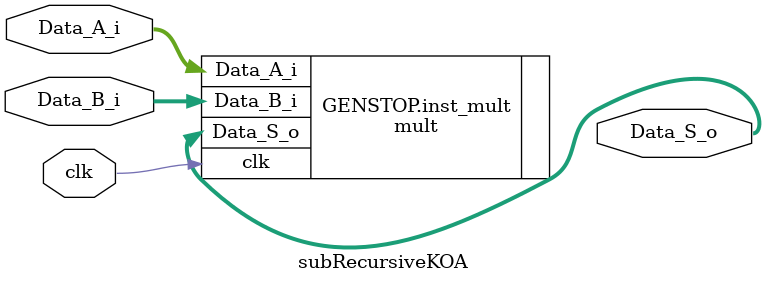
<source format=v>

`timescale 1ns / 1ps

module subRecursiveKOA
    //#(parameter SW = 24, parameter precision = 0)
    #(parameter SW = 8)
    (
        input wire clk,
        input wire [SW-1:0] Data_A_i,
        input wire [SW-1:0] Data_B_i,
        output wire [2*SW-1:0] Data_S_o
    );
  

generate

    //assign i = Stop_I;
    if (SW <= 16) begin : GENSTOP

            mult #(.SW(SW)) 
            inst_mult (
                .clk(clk),
                .Data_A_i(Data_A_i), 
                .Data_B_i(Data_B_i),
                .Data_S_o(Data_S_o)
             );

    end else begin  : RECURSIVE

reg [2*SW-1:0] sgf_result_o;
///////////////////////////////////////////////////////////
wire [1:0] zero1;
wire [3:0] zero2;
assign zero1 = 2'b00;
assign zero2 = 4'b0000;
///////////////////////////////////////////////////////////
wire [SW/2-1:0] rightside1;
wire [SW/2:0] rightside2;
//Modificacion: Leftside signals are added. They are created as zero fillings as preparation for the final adder.
wire [SW/2-3:0] leftside1;
wire [SW/2-4:0] leftside2;

reg [4*(SW/2)+2:0] Result;

reg [4*(SW/2)-1:0] sgf_r;

localparam half = SW/2;
assign rightside1 = {(SW/2){1'b0}};
assign rightside2 = {(SW/2+1){1'b0}};

assign leftside1 = {(SW/2-4){1'b0}}; //Se le quitan dos bits con respecto al right side, esto porque al sumar, se agregan bits, esos hacen que sea diferente
assign leftside2 = {(SW/2-5){1'b0}};


    case (SW%2)
        0:begin : EVEN1

            reg [SW/2:0] result_A_adder;
            reg [SW/2:0] result_B_adder;
            reg [SW-1:0] Q_left;
            reg [SW-1:0] Q_right;
            reg [SW+1:0] Q_middle;
            reg [2*(SW/2+2)-1:0] S_A;
            reg [SW+1:0] S_B; //SW+2



           always @* begin : EVEN11

                 result_A_adder <= (Data_A_i[((SW/2)-1):0] + Data_A_i[(SW-1) -: SW/2]);

                 result_B_adder <= (Data_B_i[((SW/2)-1):0] + Data_B_i[(SW-1) -: SW/2]);

                 S_B <= (Q_middle - Q_left - Q_right);

                 sgf_result_o <= {leftside1,S_B,rightside1} + {Q_left,Q_right};
                 
           end

         subRecursiveKOA #(.SW(SW/2)) left(
                .clk(clk),
                .Data_A_i(Data_A_i[SW-1:SW-SW/2]),
                .Data_B_i(Data_B_i[SW-1:SW-SW/2]),
                .Data_S_o(Q_left)
            );
            
          subRecursiveKOA #(.SW(SW/2)) right(
                .clk(clk),
                .Data_A_i(Data_A_i[SW-SW/2-1:0]),
                .Data_B_i(Data_B_i[SW-SW/2-1:0]),
                .Data_S_o(Q_right)
            );
        
          subRecursiveKOA #(.SW((SW/2)+1)) middle (
                .clk(clk),
                .Data_A_i(result_A_adder),
                .Data_B_i(result_B_adder),
                .Data_S_o(Q_middle)
            );
                assign Data_S_o = sgf_result_o;
        end
    1:begin : ODD1

                reg [SW/2+1:0] result_A_adder;
                reg [SW/2+1:0] result_B_adder;
                reg [2*(SW/2)-1:0]   Q_left;
                reg [2*(SW/2+1)-1:0] Q_right;
                reg [2*(SW/2+2)-1:0] Q_middle;
                reg [2*(SW/2+2)-1:0] S_A;
                reg [SW+4-1:0] S_B;


            always @* begin : ODD11

                 result_A_adder <= (Data_A_i[SW-SW/2-1:0] + Data_A_i[SW-1:SW-SW/2]);

                 result_B_adder <= Data_B_i[SW-SW/2-1:0] + Data_B_i[SW-1:SW-SW/2];

                 S_B <= (Q_middle - Q_left - Q_right);

                 sgf_result_o<= {leftside2,S_B,rightside2} + {Q_left,Q_right};
                 //sgf_result_o <= Result[2*SW-1:0];
                end

                assign Data_S_o = sgf_result_o;

          subRecursiveKOA #(.SW(SW/2)) left(
                .clk(clk),
                .Data_A_i(Data_A_i[SW-1:SW-SW/2]),
                .Data_B_i(Data_B_i[SW-1:SW-SW/2]),
                .Data_S_o(Q_left)
            );
            
          subRecursiveKOA #(.SW((SW/2)+1)) right(
                .clk(clk),
                .Data_A_i(Data_A_i[SW-SW/2-1:0]),
                .Data_B_i(Data_B_i[SW-SW/2-1:0]),
                .Data_S_o(Q_right)
            );
        
          subRecursiveKOA #(.SW((SW/2)+2)) middle (
                .clk(clk),
                .Data_A_i(result_A_adder),
                .Data_B_i(result_B_adder),
                .Data_S_o(Q_middle)
            );

           end

    endcase

end



endgenerate

endmodule

</source>
